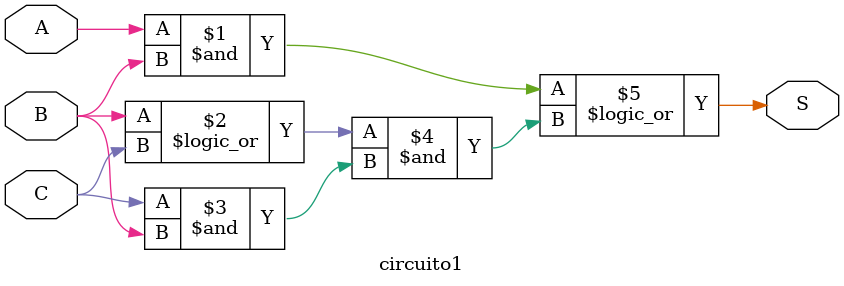
<source format=v>
`timescale 1ns / 1ps

module circuito1(
    input A,
    input B,
    input C,
    output S
    );
    
    assign S = (A & B) || ((B || C) & (C & B));
endmodule

</source>
